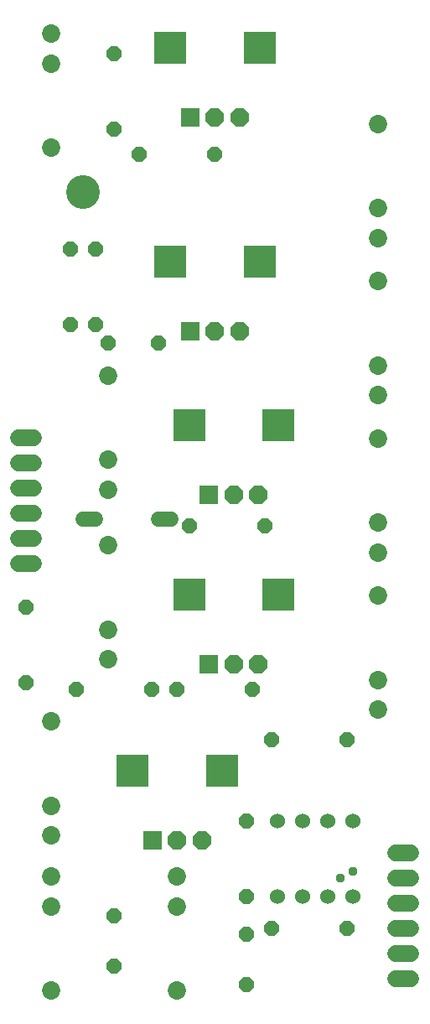
<source format=gbr>
G04 EAGLE Gerber RS-274X export*
G75*
%MOMM*%
%FSLAX34Y34*%
%LPD*%
%INSoldermask Top*%
%IPPOS*%
%AMOC8*
5,1,8,0,0,1.08239X$1,22.5*%
G01*
%ADD10C,3.403600*%
%ADD11P,1.649562X8X202.500000*%
%ADD12P,1.649562X8X112.500000*%
%ADD13R,1.879600X1.879600*%
%ADD14P,2.034460X8X292.500000*%
%ADD15R,3.319200X3.319200*%
%ADD16C,1.853200*%
%ADD17C,1.524000*%
%ADD18C,1.524000*%
%ADD19C,1.727200*%
%ADD20P,1.649562X8X22.500000*%
%ADD21C,0.959600*%


D10*
X82550Y819150D03*
D11*
X158750Y666750D03*
X107950Y666750D03*
D12*
X114300Y38100D03*
X114300Y88900D03*
X247650Y19050D03*
X247650Y69850D03*
D13*
X190900Y895200D03*
D14*
X215900Y895200D03*
X240900Y895200D03*
D15*
X260900Y965200D03*
X170900Y965200D03*
D16*
X50800Y864400D03*
X50800Y949400D03*
X50800Y979400D03*
D17*
X158496Y488950D02*
X171704Y488950D01*
X95504Y488950D02*
X82296Y488950D01*
D13*
X190900Y679300D03*
D14*
X215900Y679300D03*
X240900Y679300D03*
D15*
X260900Y749300D03*
X170900Y749300D03*
D16*
X177800Y13500D03*
X177800Y98500D03*
X177800Y128500D03*
D18*
X355600Y184150D03*
X330200Y184150D03*
X330200Y107950D03*
X355600Y107950D03*
X304800Y184150D03*
X279400Y184150D03*
X304800Y107950D03*
X279400Y107950D03*
D19*
X33020Y571500D02*
X17780Y571500D01*
X17780Y546100D02*
X33020Y546100D01*
X33020Y520700D02*
X17780Y520700D01*
X17780Y495300D02*
X33020Y495300D01*
X33020Y469900D02*
X17780Y469900D01*
X17780Y444500D02*
X33020Y444500D01*
X398780Y152400D02*
X414020Y152400D01*
X414020Y127000D02*
X398780Y127000D01*
X398780Y101600D02*
X414020Y101600D01*
X414020Y76200D02*
X398780Y76200D01*
X398780Y50800D02*
X414020Y50800D01*
X414020Y25400D02*
X398780Y25400D01*
D16*
X107950Y634200D03*
X107950Y549200D03*
X107950Y519200D03*
X381000Y411950D03*
X381000Y326950D03*
X381000Y296950D03*
D13*
X152800Y164950D03*
D14*
X177800Y164950D03*
X202800Y164950D03*
D15*
X222800Y234950D03*
X132800Y234950D03*
D16*
X50800Y284950D03*
X50800Y199950D03*
X50800Y169950D03*
D20*
X139700Y857250D03*
X215900Y857250D03*
D12*
X95250Y685800D03*
X95250Y762000D03*
D11*
X349250Y266700D03*
X273050Y266700D03*
D12*
X114300Y882650D03*
X114300Y958850D03*
D11*
X152400Y317500D03*
X76200Y317500D03*
X254000Y317500D03*
X177800Y317500D03*
D20*
X273050Y76200D03*
X349250Y76200D03*
D12*
X247650Y107950D03*
X247650Y184150D03*
D20*
X190500Y482600D03*
X266700Y482600D03*
D12*
X25400Y323850D03*
X25400Y400050D03*
D16*
X381000Y570700D03*
X381000Y485700D03*
X381000Y455700D03*
X381000Y888200D03*
X381000Y803200D03*
X381000Y773200D03*
X50800Y13500D03*
X50800Y98500D03*
X50800Y128500D03*
X381000Y729450D03*
X381000Y644450D03*
X381000Y614450D03*
D13*
X209950Y514200D03*
D14*
X234950Y514200D03*
X259950Y514200D03*
D15*
X279950Y584200D03*
X189950Y584200D03*
D16*
X107950Y462750D03*
X107950Y377750D03*
X107950Y347750D03*
D13*
X209950Y342750D03*
D14*
X234950Y342750D03*
X259950Y342750D03*
D15*
X279950Y412750D03*
X189950Y412750D03*
D12*
X69850Y685800D03*
X69850Y762000D03*
D21*
X342900Y127000D03*
X241300Y679450D03*
X355600Y133350D03*
M02*

</source>
